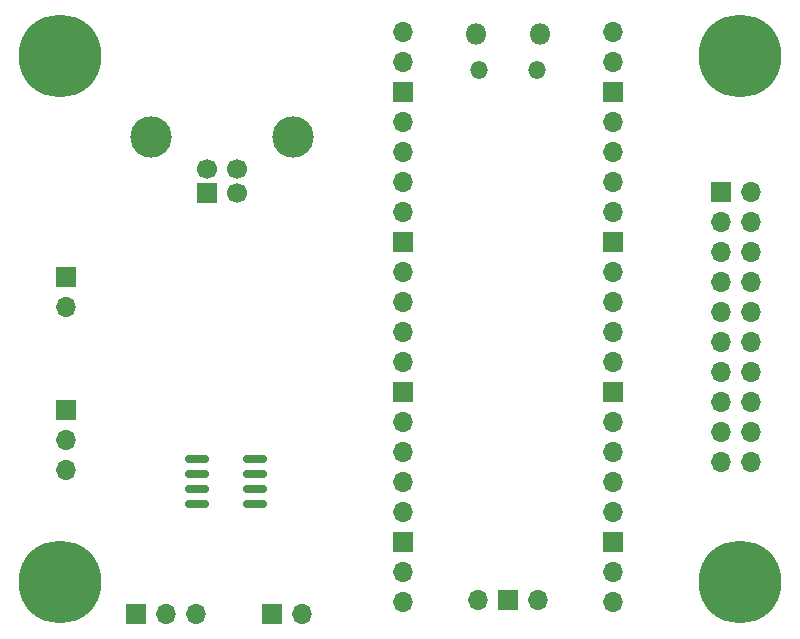
<source format=gbr>
G04 #@! TF.GenerationSoftware,KiCad,Pcbnew,(6.0.0)*
G04 #@! TF.CreationDate,2022-09-19T18:58:25+02:00*
G04 #@! TF.ProjectId,td-io,74642d69-6f2e-46b6-9963-61645f706362,rev?*
G04 #@! TF.SameCoordinates,Original*
G04 #@! TF.FileFunction,Soldermask,Bot*
G04 #@! TF.FilePolarity,Negative*
%FSLAX46Y46*%
G04 Gerber Fmt 4.6, Leading zero omitted, Abs format (unit mm)*
G04 Created by KiCad (PCBNEW (6.0.0)) date 2022-09-19 18:58:25*
%MOMM*%
%LPD*%
G01*
G04 APERTURE LIST*
G04 Aperture macros list*
%AMRoundRect*
0 Rectangle with rounded corners*
0 $1 Rounding radius*
0 $2 $3 $4 $5 $6 $7 $8 $9 X,Y pos of 4 corners*
0 Add a 4 corners polygon primitive as box body*
4,1,4,$2,$3,$4,$5,$6,$7,$8,$9,$2,$3,0*
0 Add four circle primitives for the rounded corners*
1,1,$1+$1,$2,$3*
1,1,$1+$1,$4,$5*
1,1,$1+$1,$6,$7*
1,1,$1+$1,$8,$9*
0 Add four rect primitives between the rounded corners*
20,1,$1+$1,$2,$3,$4,$5,0*
20,1,$1+$1,$4,$5,$6,$7,0*
20,1,$1+$1,$6,$7,$8,$9,0*
20,1,$1+$1,$8,$9,$2,$3,0*%
G04 Aperture macros list end*
%ADD10R,1.700000X1.700000*%
%ADD11C,1.700000*%
%ADD12C,3.500000*%
%ADD13O,1.700000X1.700000*%
%ADD14O,1.500000X1.500000*%
%ADD15O,1.800000X1.800000*%
%ADD16C,7.000000*%
%ADD17RoundRect,0.150000X0.825000X0.150000X-0.825000X0.150000X-0.825000X-0.150000X0.825000X-0.150000X0*%
G04 APERTURE END LIST*
D10*
G04 #@! TO.C,J1*
X184450000Y-60077500D03*
D11*
X186950000Y-60077500D03*
X186950000Y-58077500D03*
X184450000Y-58077500D03*
D12*
X179680000Y-55367500D03*
X191720000Y-55367500D03*
G04 #@! TD*
D10*
G04 #@! TO.C,J2*
X189925000Y-95700000D03*
D13*
X192465000Y-95700000D03*
G04 #@! TD*
D14*
G04 #@! TO.C,U2*
X207475000Y-49630000D03*
D15*
X207175000Y-46600000D03*
D14*
X212325000Y-49630000D03*
D15*
X212625000Y-46600000D03*
D13*
X201010000Y-46470000D03*
X201010000Y-49010000D03*
D10*
X201010000Y-51550000D03*
D13*
X201010000Y-54090000D03*
X201010000Y-56630000D03*
X201010000Y-59170000D03*
X201010000Y-61710000D03*
D10*
X201010000Y-64250000D03*
D13*
X201010000Y-66790000D03*
X201010000Y-69330000D03*
X201010000Y-71870000D03*
X201010000Y-74410000D03*
D10*
X201010000Y-76950000D03*
D13*
X201010000Y-79490000D03*
X201010000Y-82030000D03*
X201010000Y-84570000D03*
X201010000Y-87110000D03*
D10*
X201010000Y-89650000D03*
D13*
X201010000Y-92190000D03*
X201010000Y-94730000D03*
X218790000Y-94730000D03*
X218790000Y-92190000D03*
D10*
X218790000Y-89650000D03*
D13*
X218790000Y-87110000D03*
X218790000Y-84570000D03*
X218790000Y-82030000D03*
X218790000Y-79490000D03*
D10*
X218790000Y-76950000D03*
D13*
X218790000Y-74410000D03*
X218790000Y-71870000D03*
X218790000Y-69330000D03*
X218790000Y-66790000D03*
D10*
X218790000Y-64250000D03*
D13*
X218790000Y-61710000D03*
X218790000Y-59170000D03*
X218790000Y-56630000D03*
X218790000Y-54090000D03*
D10*
X218790000Y-51550000D03*
D13*
X218790000Y-49010000D03*
X218790000Y-46470000D03*
X207360000Y-94500000D03*
D10*
X209900000Y-94500000D03*
D13*
X212440000Y-94500000D03*
G04 #@! TD*
D10*
G04 #@! TO.C,J5*
X172500000Y-67225000D03*
D13*
X172500000Y-69765000D03*
G04 #@! TD*
D10*
G04 #@! TO.C,J6*
X227960000Y-59960000D03*
D13*
X230500000Y-59960000D03*
X227960000Y-62500000D03*
X230500000Y-62500000D03*
X227960000Y-65040000D03*
X230500000Y-65040000D03*
X227960000Y-67580000D03*
X230500000Y-67580000D03*
X227960000Y-70120000D03*
X230500000Y-70120000D03*
X227960000Y-72660000D03*
X230500000Y-72660000D03*
X227960000Y-75200000D03*
X230500000Y-75200000D03*
X227960000Y-77740000D03*
X230500000Y-77740000D03*
X227960000Y-80280000D03*
X230500000Y-80280000D03*
X227960000Y-82820000D03*
X230500000Y-82820000D03*
G04 #@! TD*
D10*
G04 #@! TO.C,J3*
X178375000Y-95700000D03*
D13*
X180915000Y-95700000D03*
X183455000Y-95700000D03*
G04 #@! TD*
D16*
G04 #@! TO.C,H4*
X229500000Y-93000000D03*
G04 #@! TD*
D10*
G04 #@! TO.C,J4*
X172500000Y-78475000D03*
D13*
X172500000Y-81015000D03*
X172500000Y-83555000D03*
G04 #@! TD*
D16*
G04 #@! TO.C,H3*
X172000000Y-93000000D03*
G04 #@! TD*
G04 #@! TO.C,H2*
X229500000Y-48500000D03*
G04 #@! TD*
G04 #@! TO.C,H1*
X172000000Y-48500000D03*
G04 #@! TD*
D17*
G04 #@! TO.C,Q1*
X188475000Y-82595000D03*
X188475000Y-83865000D03*
X188475000Y-85135000D03*
X188475000Y-86405000D03*
X183525000Y-86405000D03*
X183525000Y-85135000D03*
X183525000Y-83865000D03*
X183525000Y-82595000D03*
G04 #@! TD*
M02*

</source>
